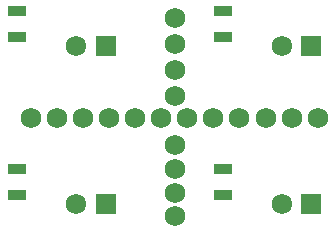
<source format=gts>
G04*
G04 #@! TF.GenerationSoftware,Altium Limited,Altium Designer,22.1.2 (22)*
G04*
G04 Layer_Color=8388736*
%FSLAX25Y25*%
%MOIN*%
G70*
G04*
G04 #@! TF.SameCoordinates,A84A231E-1FB4-490D-AB1D-95A42E3D9FFD*
G04*
G04*
G04 #@! TF.FilePolarity,Negative*
G04*
G01*
G75*
%ADD17R,0.06299X0.03543*%
%ADD18C,0.06800*%
%ADD19C,0.06791*%
%ADD20R,0.06791X0.06791*%
D17*
X209000Y167031D02*
D03*
Y175692D02*
D03*
X277500Y167031D02*
D03*
Y175692D02*
D03*
X209000Y219531D02*
D03*
Y228192D02*
D03*
X277500Y219531D02*
D03*
Y228192D02*
D03*
D18*
X261500Y167700D02*
D03*
Y175600D02*
D03*
Y183500D02*
D03*
Y159800D02*
D03*
Y200000D02*
D03*
Y208600D02*
D03*
Y217200D02*
D03*
Y225800D02*
D03*
X230800Y192500D02*
D03*
X309100D02*
D03*
X300400D02*
D03*
X291700D02*
D03*
X283000D02*
D03*
X274300D02*
D03*
X265600D02*
D03*
X256900D02*
D03*
X248200D02*
D03*
X239500D02*
D03*
X222100D02*
D03*
X213400D02*
D03*
D19*
X228579Y163933D02*
D03*
X297079D02*
D03*
X228579Y216433D02*
D03*
X297079D02*
D03*
D20*
X238421Y163933D02*
D03*
X306921D02*
D03*
X238421Y216433D02*
D03*
X306921D02*
D03*
M02*

</source>
